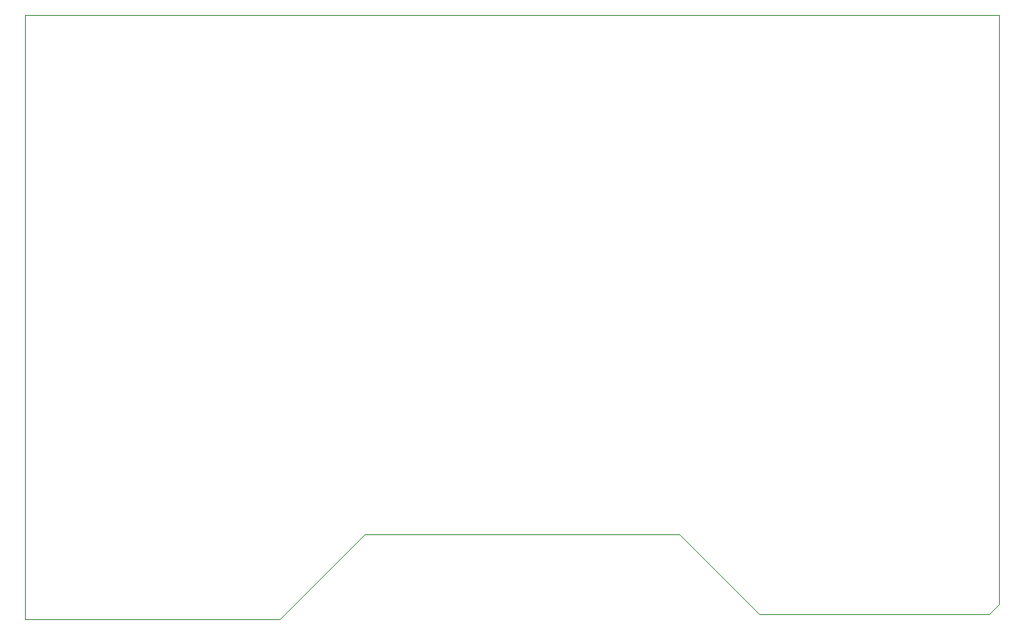
<source format=gko>
G04*
G04 #@! TF.GenerationSoftware,Altium Limited,Altium Designer,21.6.4 (81)*
G04*
G04 Layer_Color=16711935*
%FSLAX25Y25*%
%MOIN*%
G70*
G04*
G04 #@! TF.SameCoordinates,725644BE-5CAA-454B-8F19-4296BE5BC7E9*
G04*
G04*
G04 #@! TF.FilePolarity,Positive*
G04*
G01*
G75*
%ADD50C,0.00394*%
D50*
X0Y-242000D02*
Y0D01*
Y-242000D02*
X102000D01*
X390000Y-236000D02*
Y0D01*
X102000Y-242000D02*
X136000Y-208000D01*
X386000Y-240000D02*
X390000Y-236000D01*
X136000Y-208000D02*
X262000D01*
X294000Y-240000D01*
X386000D01*
X0Y0D02*
X390000D01*
M02*

</source>
